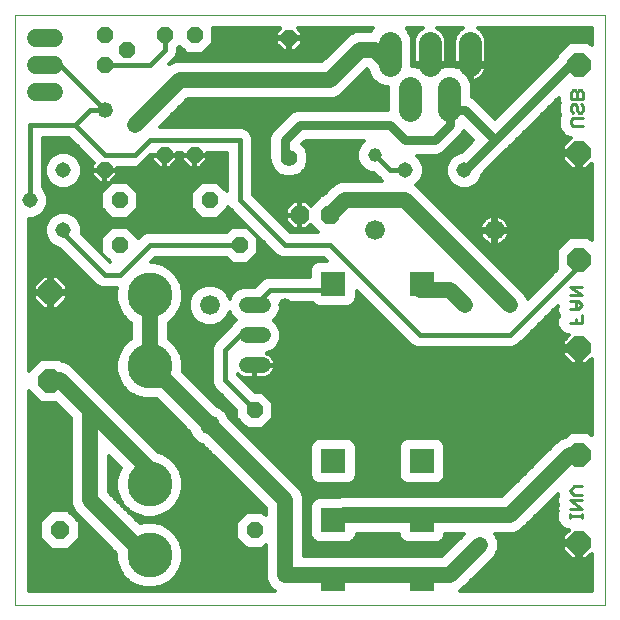
<source format=gbl>
G75*
G70*
%OFA0B0*%
%FSLAX24Y24*%
%IPPOS*%
%LPD*%
%AMOC8*
5,1,8,0,0,1.08239X$1,22.5*
%
%ADD10C,0.0000*%
%ADD11C,0.0090*%
%ADD12C,0.0520*%
%ADD13OC8,0.0520*%
%ADD14OC8,0.0768*%
%ADD15OC8,0.0600*%
%ADD16C,0.1500*%
%ADD17C,0.0660*%
%ADD18R,0.0827X0.0827*%
%ADD19OC8,0.0630*%
%ADD20C,0.0560*%
%ADD21OC8,0.0560*%
%ADD22C,0.0515*%
%ADD23C,0.0750*%
%ADD24C,0.0600*%
%ADD25C,0.0520*%
%ADD26C,0.0150*%
%ADD27C,0.0120*%
%ADD28C,0.0460*%
%ADD29C,0.0540*%
%ADD30C,0.0300*%
D10*
X000776Y000605D02*
X000776Y020290D01*
X020461Y020290D01*
X020461Y000605D01*
X000776Y000605D01*
D11*
X019271Y003522D02*
X019271Y003659D01*
X019271Y003590D02*
X019681Y003590D01*
X019681Y003522D02*
X019681Y003659D01*
X019681Y003829D02*
X019271Y004102D01*
X019681Y004102D01*
X019681Y004289D02*
X019408Y004289D01*
X019271Y004426D01*
X019408Y004563D01*
X019681Y004563D01*
X019681Y003829D02*
X019271Y003829D01*
X019271Y010019D02*
X019681Y010019D01*
X019681Y010292D01*
X019545Y010479D02*
X019681Y010616D01*
X019545Y010752D01*
X019271Y010752D01*
X019271Y010939D02*
X019681Y010939D01*
X019271Y011213D01*
X019681Y011213D01*
X019476Y010752D02*
X019476Y010479D01*
X019545Y010479D02*
X019271Y010479D01*
X019476Y010155D02*
X019476Y010019D01*
X019389Y016569D02*
X019321Y016637D01*
X019321Y016774D01*
X019389Y016842D01*
X019731Y016842D01*
X019663Y017029D02*
X019595Y017029D01*
X019526Y017097D01*
X019526Y017234D01*
X019458Y017302D01*
X019389Y017302D01*
X019321Y017234D01*
X019321Y017097D01*
X019389Y017029D01*
X019663Y017029D02*
X019731Y017097D01*
X019731Y017234D01*
X019663Y017302D01*
X019731Y017489D02*
X019731Y017694D01*
X019663Y017763D01*
X019595Y017763D01*
X019526Y017694D01*
X019526Y017489D01*
X019321Y017489D02*
X019321Y017694D01*
X019389Y017763D01*
X019458Y017763D01*
X019526Y017694D01*
X019321Y017489D02*
X019731Y017489D01*
X019731Y016569D02*
X019389Y016569D01*
D12*
X009036Y010605D02*
X008516Y010605D01*
X008516Y009605D02*
X009036Y009605D01*
X009036Y008605D02*
X008516Y008605D01*
D13*
X008776Y007105D03*
X008776Y003105D03*
X008276Y012605D03*
X007276Y014105D03*
X006776Y015605D03*
X005776Y015605D03*
X004276Y014105D03*
X003776Y015105D03*
X004276Y012605D03*
X003776Y018605D03*
X004526Y019105D03*
X003776Y019605D03*
X005776Y019605D03*
X006776Y019605D03*
D14*
X001965Y011034D03*
X001965Y008081D03*
X019587Y009176D03*
X019587Y012128D03*
X019587Y015676D03*
X019587Y018628D03*
X019587Y005628D03*
X019587Y002676D03*
D15*
X002276Y003105D03*
D16*
X005276Y002274D03*
X005276Y004636D03*
X005276Y008573D03*
X005276Y010935D03*
D17*
X007276Y010605D03*
X007276Y006605D03*
X012776Y013105D03*
X016776Y013105D03*
D18*
X014351Y011317D03*
X011398Y011317D03*
X011398Y005412D03*
X011398Y003443D03*
X011398Y001475D03*
X014351Y001475D03*
X014351Y003443D03*
X014351Y005412D03*
D19*
X011276Y013605D03*
X010276Y013605D03*
D20*
X009926Y015505D03*
D21*
X009926Y019505D03*
D22*
X013792Y015105D03*
X015760Y015105D03*
X002398Y015105D03*
X001276Y014105D03*
X002398Y013105D03*
D23*
X013276Y018605D02*
X013276Y019355D01*
X014616Y019355D02*
X014616Y018605D01*
X013946Y017855D02*
X013946Y017105D01*
X015266Y017105D02*
X015266Y017855D01*
X015956Y018605D02*
X015956Y019355D01*
D24*
X002076Y019505D02*
X001476Y019505D01*
X001476Y018605D02*
X002076Y018605D01*
X002076Y017705D02*
X001476Y017705D01*
D25*
X003776Y017105D03*
D26*
X002276Y018605D01*
X001776Y018605D01*
X003276Y017105D02*
X003776Y017105D01*
X003276Y017105D02*
X002776Y016605D01*
X003776Y015605D01*
X004776Y015605D01*
X005276Y016105D01*
X008276Y016105D01*
X008276Y014105D01*
X009776Y012605D01*
X011276Y012605D01*
X014276Y009605D01*
X017276Y009605D01*
X019776Y012105D01*
X019587Y012128D01*
X019587Y009176D02*
X019276Y009105D01*
X011276Y009105D01*
X009776Y010605D01*
X009276Y011105D02*
X011276Y011105D01*
X011398Y011317D01*
X009276Y011105D02*
X008776Y010605D01*
X008776Y009605D02*
X008276Y009605D01*
X007776Y009105D01*
X007776Y008105D01*
X008776Y007105D01*
X004276Y011605D02*
X005276Y012605D01*
X008276Y012605D01*
X006776Y015605D02*
X005776Y015605D01*
X005276Y015605D01*
X004776Y015105D01*
X003776Y015105D01*
X002776Y016605D02*
X001276Y016605D01*
X001276Y014105D01*
X002276Y013105D02*
X002398Y013105D01*
X002276Y013105D02*
X003776Y011605D01*
X004276Y011605D01*
X003776Y018605D02*
X005276Y018605D01*
X005776Y019105D01*
X005776Y019605D01*
X012776Y015605D02*
X013276Y015105D01*
X013792Y015105D01*
D27*
X014378Y015304D02*
X015175Y015304D01*
X015143Y015228D02*
X015143Y014982D01*
X015237Y014755D01*
X015411Y014581D01*
X015637Y014487D01*
X015883Y014487D01*
X016110Y014581D01*
X016284Y014755D01*
X016378Y014982D01*
X016378Y014985D01*
X017065Y015672D01*
X017208Y015816D01*
X018916Y017524D01*
X018916Y017409D01*
X018936Y017362D01*
X018916Y017315D01*
X018916Y017178D01*
X018916Y017017D01*
X018950Y016936D01*
X018916Y016854D01*
X018916Y016693D01*
X018916Y016556D01*
X018978Y016408D01*
X019092Y016294D01*
X019160Y016225D01*
X019307Y016164D01*
X019043Y015901D01*
X019043Y015736D01*
X019527Y015736D01*
X019527Y015616D01*
X019043Y015616D01*
X019043Y015450D01*
X019362Y015132D01*
X019527Y015132D01*
X019527Y015615D01*
X019647Y015615D01*
X019647Y015132D01*
X019812Y015132D01*
X020001Y015321D01*
X020001Y012766D01*
X019895Y012872D01*
X019279Y012872D01*
X018843Y012436D01*
X018843Y011820D01*
X018860Y011804D01*
X017871Y010815D01*
X017810Y010962D01*
X014310Y014462D01*
X014166Y014606D01*
X014315Y014755D01*
X014409Y014982D01*
X014409Y015228D01*
X014315Y015454D01*
X014175Y015595D01*
X014675Y015595D01*
X014878Y015595D01*
X015065Y015672D01*
X015565Y016172D01*
X015708Y016316D01*
X015748Y016412D01*
X016055Y016105D01*
X015672Y015722D01*
X015637Y015722D01*
X015411Y015628D01*
X015237Y015454D01*
X015143Y015228D01*
X015143Y015186D02*
X014409Y015186D01*
X014409Y015067D02*
X015143Y015067D01*
X015157Y014948D02*
X014395Y014948D01*
X014346Y014830D02*
X015206Y014830D01*
X015280Y014711D02*
X014272Y014711D01*
X014179Y014593D02*
X015399Y014593D01*
X014772Y014000D02*
X020001Y014000D01*
X020001Y013882D02*
X014890Y013882D01*
X015009Y013763D02*
X020001Y013763D01*
X020001Y013644D02*
X015127Y013644D01*
X015246Y013526D02*
X016524Y013526D01*
X016519Y013524D02*
X016457Y013478D01*
X016402Y013424D01*
X016357Y013362D01*
X016322Y013293D01*
X016298Y013219D01*
X016288Y013155D01*
X016726Y013155D01*
X016726Y013593D01*
X016661Y013583D01*
X016588Y013559D01*
X016519Y013524D01*
X016390Y013407D02*
X015364Y013407D01*
X015483Y013289D02*
X016321Y013289D01*
X016290Y013170D02*
X015601Y013170D01*
X015720Y013052D02*
X016288Y013052D01*
X016288Y013055D02*
X016298Y012990D01*
X016322Y012917D01*
X016357Y012848D01*
X016402Y012786D01*
X016457Y012731D01*
X016519Y012686D01*
X016588Y012651D01*
X016661Y012627D01*
X016726Y012617D01*
X016726Y013054D01*
X016826Y013054D01*
X016826Y012617D01*
X016891Y012627D01*
X016964Y012651D01*
X017033Y012686D01*
X017095Y012731D01*
X017150Y012786D01*
X017195Y012848D01*
X017230Y012917D01*
X017254Y012990D01*
X017264Y013055D01*
X016826Y013055D01*
X016826Y013155D01*
X016726Y013155D01*
X016726Y013055D01*
X016288Y013055D01*
X016317Y012933D02*
X015838Y012933D01*
X015957Y012815D02*
X016381Y012815D01*
X016505Y012696D02*
X016076Y012696D01*
X016194Y012578D02*
X018984Y012578D01*
X018866Y012459D02*
X016313Y012459D01*
X016431Y012341D02*
X018843Y012341D01*
X018843Y012222D02*
X016550Y012222D01*
X016668Y012103D02*
X018843Y012103D01*
X018843Y011985D02*
X016787Y011985D01*
X016905Y011866D02*
X018843Y011866D01*
X018804Y011748D02*
X017024Y011748D01*
X017142Y011629D02*
X018685Y011629D01*
X018567Y011511D02*
X017261Y011511D01*
X017380Y011392D02*
X018448Y011392D01*
X018330Y011274D02*
X017498Y011274D01*
X017617Y011155D02*
X018211Y011155D01*
X018093Y011037D02*
X017735Y011037D01*
X017828Y010918D02*
X017974Y010918D01*
X018612Y010325D02*
X018896Y010325D01*
X018866Y010398D02*
X018928Y010249D01*
X018929Y010249D01*
X018928Y010248D01*
X018866Y010099D01*
X018866Y009938D01*
X018928Y009789D01*
X019042Y009675D01*
X019190Y009614D01*
X019189Y009614D02*
X017901Y009614D01*
X018019Y009733D02*
X018984Y009733D01*
X018902Y009851D02*
X018138Y009851D01*
X018256Y009970D02*
X018866Y009970D01*
X018866Y010088D02*
X018375Y010088D01*
X018493Y010207D02*
X018911Y010207D01*
X018866Y010398D02*
X018866Y010559D01*
X018880Y010594D01*
X017645Y009358D01*
X017522Y009236D01*
X017363Y009170D01*
X014363Y009170D01*
X014189Y009170D01*
X014030Y009236D01*
X012171Y011094D01*
X012171Y010832D01*
X012117Y010700D01*
X012015Y010599D01*
X011883Y010544D01*
X010913Y010544D01*
X010781Y010599D01*
X010710Y010670D01*
X009656Y010670D01*
X009656Y010481D01*
X009562Y010254D01*
X009413Y010105D01*
X009562Y009956D01*
X009656Y009728D01*
X009656Y009481D01*
X009562Y009254D01*
X009387Y009079D01*
X009188Y008997D01*
X009197Y008994D01*
X009256Y008964D01*
X009310Y008925D01*
X009356Y008878D01*
X009395Y008825D01*
X009425Y008766D01*
X009446Y008703D01*
X009456Y008638D01*
X009456Y008625D01*
X008796Y008625D01*
X008796Y008585D01*
X009456Y008585D01*
X009456Y008572D01*
X009446Y008506D01*
X009425Y008443D01*
X009395Y008385D01*
X009356Y008331D01*
X009310Y008284D01*
X009256Y008246D01*
X009197Y008216D01*
X009134Y008195D01*
X009069Y008185D01*
X008796Y008185D01*
X008796Y008584D01*
X008756Y008584D01*
X008756Y008185D01*
X008483Y008185D01*
X008418Y008195D01*
X008355Y008216D01*
X008296Y008246D01*
X008242Y008284D01*
X008211Y008316D01*
X008211Y008285D01*
X008771Y007725D01*
X009033Y007725D01*
X009396Y007361D01*
X009396Y006848D01*
X009033Y006485D01*
X008519Y006485D01*
X008156Y006848D01*
X008156Y007110D01*
X007530Y007736D01*
X007407Y007858D01*
X007341Y008018D01*
X007341Y009018D01*
X007341Y009191D01*
X007407Y009351D01*
X007907Y009851D01*
X005906Y009851D01*
X005906Y009733D02*
X007789Y009733D01*
X007907Y009851D02*
X007975Y009919D01*
X007990Y009956D01*
X008139Y010105D01*
X007990Y010254D01*
X007934Y010390D01*
X007861Y010214D01*
X007667Y010020D01*
X007413Y009915D01*
X007139Y009915D01*
X006885Y010020D01*
X006691Y010214D01*
X006586Y010467D01*
X006586Y010742D01*
X006691Y010996D01*
X006885Y011190D01*
X007139Y011295D01*
X007413Y011295D01*
X007667Y011190D01*
X007861Y010996D01*
X007934Y010819D01*
X007990Y010956D01*
X008165Y011130D01*
X008393Y011225D01*
X008781Y011225D01*
X008907Y011351D01*
X009030Y011473D01*
X009189Y011540D01*
X010625Y011540D01*
X010625Y011802D01*
X010680Y011935D01*
X010781Y012036D01*
X010913Y012091D01*
X011175Y012091D01*
X011096Y012170D01*
X009863Y012170D01*
X009689Y012170D01*
X009530Y012236D01*
X008030Y013736D01*
X007907Y013858D01*
X007896Y013886D01*
X007896Y013848D01*
X007533Y013485D01*
X007019Y013485D01*
X006656Y013848D01*
X006656Y014361D01*
X007019Y014725D01*
X007533Y014725D01*
X007841Y014416D01*
X007841Y015670D01*
X007196Y015670D01*
X007196Y015625D01*
X006796Y015625D01*
X006796Y015585D01*
X007196Y015585D01*
X007196Y015431D01*
X006950Y015185D01*
X006796Y015185D01*
X006796Y015584D01*
X006756Y015584D01*
X006756Y015185D01*
X006602Y015185D01*
X006356Y015431D01*
X006356Y015585D01*
X006756Y015585D01*
X006756Y015625D01*
X006356Y015625D01*
X006356Y015670D01*
X006196Y015670D01*
X006196Y015625D01*
X005796Y015625D01*
X005796Y015585D01*
X006196Y015585D01*
X006196Y015431D01*
X005950Y015185D01*
X005796Y015185D01*
X005796Y015584D01*
X005756Y015584D01*
X005756Y015185D01*
X005602Y015185D01*
X005356Y015431D01*
X005356Y015570D01*
X005145Y015358D01*
X005145Y015358D01*
X005022Y015236D01*
X004863Y015170D01*
X004196Y015170D01*
X004196Y015125D01*
X003796Y015125D01*
X003796Y015085D01*
X004196Y015085D01*
X004196Y014931D01*
X003950Y014685D01*
X003796Y014685D01*
X003796Y015084D01*
X003756Y015084D01*
X003756Y014685D01*
X003602Y014685D01*
X003356Y014931D01*
X003356Y015085D01*
X003756Y015085D01*
X003756Y015125D01*
X003356Y015125D01*
X003356Y015279D01*
X003422Y015344D01*
X002596Y016170D01*
X001711Y016170D01*
X001711Y014543D01*
X001799Y014454D01*
X001894Y014228D01*
X001894Y013982D01*
X001799Y013755D01*
X001626Y013581D01*
X001399Y013487D01*
X001236Y013487D01*
X001236Y008404D01*
X001657Y008825D01*
X002273Y008825D01*
X002357Y008741D01*
X002377Y008735D01*
X002401Y008735D01*
X002495Y008696D01*
X002591Y008664D01*
X002610Y008648D01*
X002633Y008639D01*
X002705Y008567D01*
X002782Y008501D01*
X002793Y008479D01*
X003633Y007639D01*
X003633Y007639D01*
X003810Y007462D01*
X003810Y007462D01*
X005563Y005708D01*
X005704Y005671D01*
X005958Y005524D01*
X006164Y005318D01*
X006310Y005065D01*
X006386Y004782D01*
X006386Y004490D01*
X006310Y004208D01*
X006164Y003955D01*
X005958Y003748D01*
X005704Y003602D01*
X005422Y003526D01*
X005130Y003526D01*
X004848Y003602D01*
X004594Y003748D01*
X004388Y003955D01*
X004242Y004208D01*
X004166Y004490D01*
X004166Y004782D01*
X004242Y005065D01*
X004309Y005181D01*
X003906Y005584D01*
X003906Y004366D01*
X004939Y003333D01*
X005130Y003384D01*
X005422Y003384D01*
X005704Y003308D01*
X005958Y003162D01*
X006164Y002956D01*
X006310Y002702D01*
X006386Y002420D01*
X006386Y002128D01*
X006310Y001846D01*
X006164Y001592D01*
X005958Y001386D01*
X005704Y001240D01*
X005422Y001164D01*
X005130Y001164D01*
X004848Y001240D01*
X004594Y001386D01*
X004388Y001592D01*
X004242Y001846D01*
X004166Y002128D01*
X004166Y002324D01*
X002919Y003571D01*
X002742Y003748D01*
X002646Y003979D01*
X002646Y006844D01*
X002153Y007337D01*
X001657Y007337D01*
X001236Y007758D01*
X001236Y001065D01*
X009434Y001065D01*
X009419Y001071D01*
X009242Y001248D01*
X009146Y001479D01*
X009146Y001730D01*
X009146Y002598D01*
X009033Y002485D01*
X008519Y002485D01*
X008156Y002848D01*
X008156Y003361D01*
X008519Y003725D01*
X009033Y003725D01*
X009146Y003611D01*
X009146Y003844D01*
X007030Y005960D01*
X006885Y006020D01*
X006691Y006214D01*
X006631Y006359D01*
X005515Y007475D01*
X005465Y007475D01*
X005422Y007463D01*
X005130Y007463D01*
X004848Y007539D01*
X004594Y007685D01*
X004388Y007892D01*
X004242Y008145D01*
X004166Y008427D01*
X004166Y008719D01*
X004242Y009002D01*
X004388Y009255D01*
X004594Y009461D01*
X004646Y009491D01*
X004646Y010017D01*
X004594Y010047D01*
X004388Y010254D01*
X004242Y010507D01*
X004166Y010789D01*
X004166Y011082D01*
X004190Y011170D01*
X004189Y011170D01*
X003689Y011170D01*
X003530Y011236D01*
X003407Y011358D01*
X002278Y012487D01*
X002275Y012487D01*
X002048Y012581D01*
X001875Y012755D01*
X001781Y012982D01*
X001781Y013228D01*
X001875Y013454D01*
X002048Y013628D01*
X002275Y013722D01*
X002521Y013722D01*
X002748Y013628D01*
X002922Y013454D01*
X003016Y013228D01*
X003016Y012982D01*
X003015Y012981D01*
X003956Y012040D01*
X003964Y012040D01*
X003656Y012348D01*
X003656Y012861D01*
X004019Y013225D01*
X004533Y013225D01*
X004896Y012861D01*
X004896Y012840D01*
X004907Y012851D01*
X005030Y012973D01*
X005189Y013040D01*
X007834Y013040D01*
X008019Y013225D01*
X008533Y013225D01*
X008896Y012861D01*
X008896Y012348D01*
X008533Y011985D01*
X010730Y011985D01*
X010651Y011866D02*
X005884Y011866D01*
X005958Y011824D02*
X005704Y011970D01*
X005422Y012045D01*
X005332Y012045D01*
X005456Y012170D01*
X007834Y012170D01*
X008019Y011985D01*
X005648Y011985D01*
X005958Y011824D02*
X006164Y011617D01*
X006310Y011364D01*
X006386Y011082D01*
X006386Y010789D01*
X006310Y010507D01*
X006164Y010254D01*
X005958Y010047D01*
X005906Y010017D01*
X005906Y009491D01*
X005958Y009461D01*
X006164Y009255D01*
X006310Y009002D01*
X006386Y008719D01*
X006386Y008427D01*
X006377Y008394D01*
X007522Y007250D01*
X007667Y007190D01*
X007861Y006996D01*
X007921Y006851D01*
X010133Y004639D01*
X010133Y004639D01*
X010310Y004462D01*
X010406Y004230D01*
X010406Y002235D01*
X010881Y002235D01*
X010913Y002248D01*
X011883Y002248D01*
X011916Y002235D01*
X013833Y002235D01*
X013866Y002248D01*
X014836Y002248D01*
X014868Y002235D01*
X015015Y002235D01*
X015755Y002975D01*
X015124Y002975D01*
X015124Y002958D01*
X015069Y002826D01*
X014968Y002725D01*
X014836Y002670D01*
X013866Y002670D01*
X013734Y002725D01*
X013632Y002826D01*
X013577Y002958D01*
X013577Y002975D01*
X012171Y002975D01*
X012171Y002958D01*
X012117Y002826D01*
X012015Y002725D01*
X011883Y002670D01*
X010913Y002670D01*
X010781Y002725D01*
X010680Y002826D01*
X010625Y002958D01*
X010625Y003928D01*
X010680Y004061D01*
X010781Y004162D01*
X010913Y004217D01*
X011605Y004217D01*
X011644Y004233D01*
X011647Y004233D01*
X011651Y004235D01*
X011773Y004235D01*
X011894Y004236D01*
X011898Y004235D01*
X014263Y004235D01*
X014375Y004239D01*
X014388Y004235D01*
X014401Y004235D01*
X017015Y004235D01*
X018814Y006033D01*
X018880Y006110D01*
X018902Y006121D01*
X018919Y006139D01*
X019013Y006178D01*
X019103Y006223D01*
X019128Y006225D01*
X019135Y006228D01*
X019279Y006372D01*
X019895Y006372D01*
X020001Y006266D01*
X020001Y008821D01*
X019812Y008632D01*
X019647Y008632D01*
X019647Y009115D01*
X019527Y009115D01*
X019527Y008632D01*
X019362Y008632D01*
X019043Y008950D01*
X019043Y009116D01*
X019527Y009116D01*
X019527Y009236D01*
X019043Y009236D01*
X019043Y009401D01*
X019256Y009614D01*
X019190Y009614D01*
X019138Y009495D02*
X017782Y009495D01*
X017663Y009377D02*
X019043Y009377D01*
X019043Y009258D02*
X017545Y009258D01*
X018730Y010444D02*
X018866Y010444D01*
X018867Y010562D02*
X018849Y010562D01*
X019527Y009140D02*
X009448Y009140D01*
X009564Y009258D02*
X014007Y009258D01*
X013889Y009377D02*
X009613Y009377D01*
X009656Y009495D02*
X013770Y009495D01*
X013652Y009614D02*
X009656Y009614D01*
X009654Y009733D02*
X013533Y009733D01*
X013414Y009851D02*
X009605Y009851D01*
X009548Y009970D02*
X013296Y009970D01*
X013177Y010088D02*
X009429Y010088D01*
X009515Y010207D02*
X013059Y010207D01*
X012940Y010325D02*
X009591Y010325D01*
X009640Y010444D02*
X012822Y010444D01*
X012703Y010562D02*
X011928Y010562D01*
X012098Y010681D02*
X012585Y010681D01*
X012466Y010799D02*
X012158Y010799D01*
X012171Y010918D02*
X012348Y010918D01*
X012229Y011037D02*
X012171Y011037D01*
X011162Y012103D02*
X008652Y012103D01*
X008770Y012222D02*
X009563Y012222D01*
X009425Y012341D02*
X008889Y012341D01*
X008896Y012459D02*
X009307Y012459D01*
X009188Y012578D02*
X008896Y012578D01*
X008896Y012696D02*
X009069Y012696D01*
X008951Y012815D02*
X008896Y012815D01*
X008832Y012933D02*
X008824Y012933D01*
X008714Y013052D02*
X008706Y013052D01*
X008595Y013170D02*
X008587Y013170D01*
X008477Y013289D02*
X002990Y013289D01*
X003016Y013170D02*
X003965Y013170D01*
X003846Y013052D02*
X003016Y013052D01*
X003063Y012933D02*
X003728Y012933D01*
X003656Y012815D02*
X003181Y012815D01*
X003300Y012696D02*
X003656Y012696D01*
X003656Y012578D02*
X003418Y012578D01*
X003537Y012459D02*
X003656Y012459D01*
X003655Y012341D02*
X003663Y012341D01*
X003774Y012222D02*
X003782Y012222D01*
X003892Y012103D02*
X003901Y012103D01*
X003255Y011511D02*
X002257Y011511D01*
X002190Y011578D02*
X002025Y011578D01*
X002025Y011094D01*
X001905Y011094D01*
X001905Y011578D01*
X001740Y011578D01*
X001421Y011259D01*
X001421Y011094D01*
X001905Y011094D01*
X001905Y010974D01*
X001421Y010974D01*
X001421Y010809D01*
X001740Y010490D01*
X001905Y010490D01*
X001905Y010974D01*
X002025Y010974D01*
X002025Y011094D01*
X002509Y011094D01*
X002509Y011259D01*
X002190Y011578D01*
X002025Y011511D02*
X001905Y011511D01*
X001905Y011392D02*
X002025Y011392D01*
X002025Y011274D02*
X001905Y011274D01*
X001905Y011155D02*
X002025Y011155D01*
X002025Y011037D02*
X004166Y011037D01*
X004166Y010918D02*
X002509Y010918D01*
X002509Y010974D02*
X002025Y010974D01*
X002025Y010490D01*
X002190Y010490D01*
X002509Y010809D01*
X002509Y010974D01*
X002500Y010799D02*
X004166Y010799D01*
X004195Y010681D02*
X002381Y010681D01*
X002263Y010562D02*
X004227Y010562D01*
X004278Y010444D02*
X001236Y010444D01*
X001236Y010562D02*
X001667Y010562D01*
X001549Y010681D02*
X001236Y010681D01*
X001236Y010799D02*
X001430Y010799D01*
X001421Y010918D02*
X001236Y010918D01*
X001236Y011037D02*
X001905Y011037D01*
X001905Y010918D02*
X002025Y010918D01*
X002025Y010799D02*
X001905Y010799D01*
X001905Y010681D02*
X002025Y010681D01*
X002025Y010562D02*
X001905Y010562D01*
X001421Y011155D02*
X001236Y011155D01*
X001236Y011274D02*
X001436Y011274D01*
X001554Y011392D02*
X001236Y011392D01*
X001236Y011511D02*
X001673Y011511D01*
X001236Y011629D02*
X003136Y011629D01*
X003018Y011748D02*
X001236Y011748D01*
X001236Y011866D02*
X002899Y011866D01*
X002781Y011985D02*
X001236Y011985D01*
X001236Y012103D02*
X002662Y012103D01*
X002544Y012222D02*
X001236Y012222D01*
X001236Y012341D02*
X002425Y012341D01*
X002307Y012459D02*
X001236Y012459D01*
X001236Y012578D02*
X002057Y012578D01*
X001933Y012696D02*
X001236Y012696D01*
X001236Y012815D02*
X001850Y012815D01*
X001801Y012933D02*
X001236Y012933D01*
X001236Y013052D02*
X001781Y013052D01*
X001781Y013170D02*
X001236Y013170D01*
X001236Y013289D02*
X001806Y013289D01*
X001855Y013407D02*
X001236Y013407D01*
X001492Y013526D02*
X001946Y013526D01*
X002088Y013644D02*
X001689Y013644D01*
X001803Y013763D02*
X003741Y013763D01*
X003656Y013848D02*
X004019Y013485D01*
X004533Y013485D01*
X004896Y013848D01*
X004896Y014361D01*
X004533Y014725D01*
X004019Y014725D01*
X003656Y014361D01*
X003656Y013848D01*
X003656Y013882D02*
X001852Y013882D01*
X001894Y014000D02*
X003656Y014000D01*
X003656Y014119D02*
X001894Y014119D01*
X001890Y014237D02*
X003656Y014237D01*
X003656Y014356D02*
X001840Y014356D01*
X001780Y014474D02*
X003769Y014474D01*
X003887Y014593D02*
X002759Y014593D01*
X002748Y014581D02*
X002922Y014755D01*
X003016Y014982D01*
X003016Y015228D01*
X002922Y015454D01*
X002748Y015628D01*
X002521Y015722D01*
X002275Y015722D01*
X002048Y015628D01*
X001875Y015454D01*
X001781Y015228D01*
X001781Y014982D01*
X001875Y014755D01*
X002048Y014581D01*
X002275Y014487D01*
X002521Y014487D01*
X002748Y014581D01*
X002878Y014711D02*
X003575Y014711D01*
X003457Y014830D02*
X002953Y014830D01*
X003002Y014948D02*
X003356Y014948D01*
X003356Y015067D02*
X003016Y015067D01*
X003016Y015186D02*
X003356Y015186D01*
X003382Y015304D02*
X002984Y015304D01*
X002935Y015423D02*
X003343Y015423D01*
X003224Y015541D02*
X002835Y015541D01*
X002672Y015660D02*
X003106Y015660D01*
X002987Y015778D02*
X001711Y015778D01*
X001711Y015660D02*
X002125Y015660D01*
X001961Y015541D02*
X001711Y015541D01*
X001711Y015423D02*
X001861Y015423D01*
X001812Y015304D02*
X001711Y015304D01*
X001711Y015186D02*
X001781Y015186D01*
X001781Y015067D02*
X001711Y015067D01*
X001711Y014948D02*
X001794Y014948D01*
X001844Y014830D02*
X001711Y014830D01*
X001711Y014711D02*
X001918Y014711D01*
X002037Y014593D02*
X001711Y014593D01*
X002708Y013644D02*
X003859Y013644D01*
X003978Y013526D02*
X002850Y013526D01*
X002941Y013407D02*
X008358Y013407D01*
X008240Y013526D02*
X007574Y013526D01*
X007693Y013644D02*
X008121Y013644D01*
X008003Y013763D02*
X007811Y013763D01*
X007896Y013882D02*
X007898Y013882D01*
X007841Y014474D02*
X007783Y014474D01*
X007841Y014593D02*
X007665Y014593D01*
X007546Y014711D02*
X007841Y014711D01*
X007841Y014830D02*
X004095Y014830D01*
X004006Y014711D02*
X003977Y014711D01*
X003796Y014711D02*
X003756Y014711D01*
X003756Y014830D02*
X003796Y014830D01*
X003796Y014948D02*
X003756Y014948D01*
X003756Y015067D02*
X003796Y015067D01*
X004196Y015067D02*
X007841Y015067D01*
X007841Y014948D02*
X004196Y014948D01*
X004546Y014711D02*
X007006Y014711D01*
X006887Y014593D02*
X004665Y014593D01*
X004783Y014474D02*
X006769Y014474D01*
X006656Y014356D02*
X004896Y014356D01*
X004896Y014237D02*
X006656Y014237D01*
X006656Y014119D02*
X004896Y014119D01*
X004896Y014000D02*
X006656Y014000D01*
X006656Y013882D02*
X004896Y013882D01*
X004811Y013763D02*
X006741Y013763D01*
X006859Y013644D02*
X004693Y013644D01*
X004574Y013526D02*
X006978Y013526D01*
X007846Y013052D02*
X004706Y013052D01*
X004824Y012933D02*
X004989Y012933D01*
X004587Y013170D02*
X007965Y013170D01*
X007901Y012103D02*
X005390Y012103D01*
X006033Y011748D02*
X010625Y011748D01*
X010625Y011629D02*
X006152Y011629D01*
X006226Y011511D02*
X009120Y011511D01*
X008948Y011392D02*
X006294Y011392D01*
X006335Y011274D02*
X007088Y011274D01*
X006851Y011155D02*
X006366Y011155D01*
X006386Y011037D02*
X006732Y011037D01*
X006659Y010918D02*
X006386Y010918D01*
X006386Y010799D02*
X006610Y010799D01*
X006586Y010681D02*
X006357Y010681D01*
X006325Y010562D02*
X006586Y010562D01*
X006596Y010444D02*
X006274Y010444D01*
X006205Y010325D02*
X006645Y010325D01*
X006698Y010207D02*
X006117Y010207D01*
X005999Y010088D02*
X006817Y010088D01*
X007006Y009970D02*
X005906Y009970D01*
X005906Y009614D02*
X007670Y009614D01*
X007552Y009495D02*
X005906Y009495D01*
X006042Y009377D02*
X007433Y009377D01*
X007369Y009258D02*
X006161Y009258D01*
X006231Y009140D02*
X007341Y009140D01*
X007341Y009021D02*
X006299Y009021D01*
X006337Y008903D02*
X007341Y008903D01*
X007341Y008784D02*
X006369Y008784D01*
X006386Y008666D02*
X007341Y008666D01*
X007341Y008547D02*
X006386Y008547D01*
X006386Y008429D02*
X007341Y008429D01*
X007341Y008310D02*
X006462Y008310D01*
X006580Y008191D02*
X007341Y008191D01*
X007341Y008073D02*
X006699Y008073D01*
X006817Y007954D02*
X007367Y007954D01*
X007430Y007836D02*
X006936Y007836D01*
X007054Y007717D02*
X007548Y007717D01*
X007667Y007599D02*
X007173Y007599D01*
X007291Y007480D02*
X007785Y007480D01*
X007904Y007362D02*
X007410Y007362D01*
X007538Y007243D02*
X008022Y007243D01*
X008141Y007125D02*
X007732Y007125D01*
X007850Y007006D02*
X008156Y007006D01*
X008156Y006888D02*
X007906Y006888D01*
X008003Y006769D02*
X008235Y006769D01*
X008121Y006650D02*
X008354Y006650D01*
X008240Y006532D02*
X008472Y006532D01*
X008358Y006413D02*
X020001Y006413D01*
X020001Y006295D02*
X019973Y006295D01*
X020001Y006532D02*
X009080Y006532D01*
X009199Y006650D02*
X020001Y006650D01*
X020001Y006769D02*
X009317Y006769D01*
X009396Y006888D02*
X020001Y006888D01*
X020001Y007006D02*
X009396Y007006D01*
X009396Y007125D02*
X020001Y007125D01*
X020001Y007243D02*
X009396Y007243D01*
X009396Y007362D02*
X020001Y007362D01*
X020001Y007480D02*
X009277Y007480D01*
X009159Y007599D02*
X020001Y007599D01*
X020001Y007717D02*
X009040Y007717D01*
X008660Y007836D02*
X020001Y007836D01*
X020001Y007954D02*
X008541Y007954D01*
X008423Y008073D02*
X020001Y008073D01*
X020001Y008191D02*
X009112Y008191D01*
X009335Y008310D02*
X020001Y008310D01*
X020001Y008429D02*
X009418Y008429D01*
X009452Y008547D02*
X020001Y008547D01*
X020001Y008666D02*
X019846Y008666D01*
X019965Y008784D02*
X020001Y008784D01*
X019647Y008784D02*
X019527Y008784D01*
X019527Y008666D02*
X019647Y008666D01*
X019647Y008903D02*
X019527Y008903D01*
X019527Y009021D02*
X019647Y009021D01*
X019328Y008666D02*
X009452Y008666D01*
X009416Y008784D02*
X019209Y008784D01*
X019091Y008903D02*
X009332Y008903D01*
X009248Y009021D02*
X019043Y009021D01*
X019202Y006295D02*
X008477Y006295D01*
X008595Y006176D02*
X010892Y006176D01*
X010913Y006185D02*
X010781Y006130D01*
X010680Y006029D01*
X010625Y005897D01*
X010625Y004927D01*
X010680Y004794D01*
X010781Y004693D01*
X010913Y004638D01*
X011883Y004638D01*
X012015Y004693D01*
X012117Y004794D01*
X012171Y004927D01*
X012171Y005897D01*
X012117Y006029D01*
X012015Y006130D01*
X011883Y006185D01*
X010913Y006185D01*
X010708Y006058D02*
X008714Y006058D01*
X008832Y005939D02*
X010642Y005939D01*
X010625Y005821D02*
X008951Y005821D01*
X009070Y005702D02*
X010625Y005702D01*
X010625Y005584D02*
X009188Y005584D01*
X009307Y005465D02*
X010625Y005465D01*
X010625Y005346D02*
X009425Y005346D01*
X009544Y005228D02*
X010625Y005228D01*
X010625Y005109D02*
X009662Y005109D01*
X009781Y004991D02*
X010625Y004991D01*
X010647Y004872D02*
X009899Y004872D01*
X010018Y004754D02*
X010720Y004754D01*
X010255Y004517D02*
X017297Y004517D01*
X017416Y004635D02*
X010136Y004635D01*
X010336Y004398D02*
X017179Y004398D01*
X017060Y004280D02*
X010386Y004280D01*
X010406Y004161D02*
X010780Y004161D01*
X010672Y004042D02*
X010406Y004042D01*
X010406Y003924D02*
X010625Y003924D01*
X010625Y003805D02*
X010406Y003805D01*
X010406Y003687D02*
X010625Y003687D01*
X010625Y003568D02*
X010406Y003568D01*
X010406Y003450D02*
X010625Y003450D01*
X010625Y003331D02*
X010406Y003331D01*
X010406Y003213D02*
X010625Y003213D01*
X010625Y003094D02*
X010406Y003094D01*
X010406Y002976D02*
X010625Y002976D01*
X010667Y002857D02*
X010406Y002857D01*
X010406Y002739D02*
X010767Y002739D01*
X010406Y002620D02*
X015400Y002620D01*
X015282Y002501D02*
X010406Y002501D01*
X010406Y002383D02*
X015163Y002383D01*
X015045Y002264D02*
X010406Y002264D01*
X009214Y001316D02*
X005837Y001316D01*
X006006Y001435D02*
X009165Y001435D01*
X009146Y001553D02*
X006125Y001553D01*
X006210Y001672D02*
X009146Y001672D01*
X009146Y001790D02*
X006278Y001790D01*
X006327Y001909D02*
X009146Y001909D01*
X009146Y002027D02*
X006359Y002027D01*
X006386Y002146D02*
X009146Y002146D01*
X009146Y002264D02*
X006386Y002264D01*
X006386Y002383D02*
X009146Y002383D01*
X009146Y002501D02*
X009049Y002501D01*
X008503Y002501D02*
X006364Y002501D01*
X006333Y002620D02*
X008384Y002620D01*
X008265Y002739D02*
X006290Y002739D01*
X006221Y002857D02*
X008156Y002857D01*
X008156Y002976D02*
X006144Y002976D01*
X006026Y003094D02*
X008156Y003094D01*
X008156Y003213D02*
X005870Y003213D01*
X005619Y003331D02*
X008156Y003331D01*
X008244Y003450D02*
X004822Y003450D01*
X004703Y003568D02*
X004973Y003568D01*
X004700Y003687D02*
X004585Y003687D01*
X004537Y003805D02*
X004466Y003805D01*
X004419Y003924D02*
X004348Y003924D01*
X004337Y004042D02*
X004229Y004042D01*
X004269Y004161D02*
X004111Y004161D01*
X004222Y004280D02*
X003992Y004280D01*
X003906Y004398D02*
X004191Y004398D01*
X004166Y004517D02*
X003906Y004517D01*
X003906Y004635D02*
X004166Y004635D01*
X004166Y004754D02*
X003906Y004754D01*
X003906Y004872D02*
X004190Y004872D01*
X004222Y004991D02*
X003906Y004991D01*
X003906Y005109D02*
X004268Y005109D01*
X004262Y005228D02*
X003906Y005228D01*
X003906Y005346D02*
X004143Y005346D01*
X004025Y005465D02*
X003906Y005465D01*
X003906Y005584D02*
X003906Y005584D01*
X004740Y006532D02*
X006458Y006532D01*
X006339Y006650D02*
X004621Y006650D01*
X004503Y006769D02*
X006221Y006769D01*
X006102Y006888D02*
X004384Y006888D01*
X004266Y007006D02*
X005984Y007006D01*
X005865Y007125D02*
X004147Y007125D01*
X004029Y007243D02*
X005747Y007243D01*
X005628Y007362D02*
X003910Y007362D01*
X003791Y007480D02*
X005066Y007480D01*
X004744Y007599D02*
X003673Y007599D01*
X003554Y007717D02*
X004562Y007717D01*
X004444Y007836D02*
X003436Y007836D01*
X003317Y007954D02*
X004352Y007954D01*
X004283Y008073D02*
X003199Y008073D01*
X003080Y008191D02*
X004229Y008191D01*
X004197Y008310D02*
X002962Y008310D01*
X002843Y008429D02*
X004166Y008429D01*
X004166Y008547D02*
X002728Y008547D01*
X002587Y008666D02*
X004166Y008666D01*
X004183Y008784D02*
X002314Y008784D01*
X001616Y008784D02*
X001236Y008784D01*
X001236Y008666D02*
X001498Y008666D01*
X001379Y008547D02*
X001236Y008547D01*
X001236Y008429D02*
X001261Y008429D01*
X001236Y008903D02*
X004215Y008903D01*
X004253Y009021D02*
X001236Y009021D01*
X001236Y009140D02*
X004321Y009140D01*
X004391Y009258D02*
X001236Y009258D01*
X001236Y009377D02*
X004510Y009377D01*
X004646Y009495D02*
X001236Y009495D01*
X001236Y009614D02*
X004646Y009614D01*
X004646Y009733D02*
X001236Y009733D01*
X001236Y009851D02*
X004646Y009851D01*
X004646Y009970D02*
X001236Y009970D01*
X001236Y010088D02*
X004554Y010088D01*
X004435Y010207D02*
X001236Y010207D01*
X001236Y010325D02*
X004347Y010325D01*
X004186Y011155D02*
X002509Y011155D01*
X002494Y011274D02*
X003492Y011274D01*
X003373Y011392D02*
X002376Y011392D01*
X001277Y007717D02*
X001236Y007717D01*
X001236Y007599D02*
X001395Y007599D01*
X001514Y007480D02*
X001236Y007480D01*
X001236Y007362D02*
X001632Y007362D01*
X001236Y007243D02*
X002247Y007243D01*
X002365Y007125D02*
X001236Y007125D01*
X001236Y007006D02*
X002484Y007006D01*
X002602Y006888D02*
X001236Y006888D01*
X001236Y006769D02*
X002646Y006769D01*
X002646Y006650D02*
X001236Y006650D01*
X001236Y006532D02*
X002646Y006532D01*
X002646Y006413D02*
X001236Y006413D01*
X001236Y006295D02*
X002646Y006295D01*
X002646Y006176D02*
X001236Y006176D01*
X001236Y006058D02*
X002646Y006058D01*
X002646Y005939D02*
X001236Y005939D01*
X001236Y005821D02*
X002646Y005821D01*
X002646Y005702D02*
X001236Y005702D01*
X001236Y005584D02*
X002646Y005584D01*
X002646Y005465D02*
X001236Y005465D01*
X001236Y005346D02*
X002646Y005346D01*
X002646Y005228D02*
X001236Y005228D01*
X001236Y005109D02*
X002646Y005109D01*
X002646Y004991D02*
X001236Y004991D01*
X001236Y004872D02*
X002646Y004872D01*
X002646Y004754D02*
X001236Y004754D01*
X001236Y004635D02*
X002646Y004635D01*
X002646Y004517D02*
X001236Y004517D01*
X001236Y004398D02*
X002646Y004398D01*
X002646Y004280D02*
X001236Y004280D01*
X001236Y004161D02*
X002646Y004161D01*
X002646Y004042D02*
X001236Y004042D01*
X001236Y003924D02*
X002669Y003924D01*
X002718Y003805D02*
X001236Y003805D01*
X001236Y003687D02*
X001925Y003687D01*
X002003Y003765D02*
X001616Y003378D01*
X001616Y002831D01*
X002003Y002445D01*
X002549Y002445D01*
X002936Y002831D01*
X002936Y003378D01*
X002549Y003765D01*
X002003Y003765D01*
X001806Y003568D02*
X001236Y003568D01*
X001236Y003450D02*
X001688Y003450D01*
X001616Y003331D02*
X001236Y003331D01*
X001236Y003213D02*
X001616Y003213D01*
X001616Y003094D02*
X001236Y003094D01*
X001236Y002976D02*
X001616Y002976D01*
X001616Y002857D02*
X001236Y002857D01*
X001236Y002739D02*
X001709Y002739D01*
X001827Y002620D02*
X001236Y002620D01*
X001236Y002501D02*
X001946Y002501D01*
X002606Y002501D02*
X003988Y002501D01*
X004107Y002383D02*
X001236Y002383D01*
X001236Y002264D02*
X004166Y002264D01*
X004166Y002146D02*
X001236Y002146D01*
X001236Y002027D02*
X004193Y002027D01*
X004225Y001909D02*
X001236Y001909D01*
X001236Y001790D02*
X004274Y001790D01*
X004342Y001672D02*
X001236Y001672D01*
X001236Y001553D02*
X004427Y001553D01*
X004546Y001435D02*
X001236Y001435D01*
X001236Y001316D02*
X004715Y001316D01*
X005005Y001197D02*
X001236Y001197D01*
X001236Y001079D02*
X009411Y001079D01*
X009292Y001197D02*
X005547Y001197D01*
X003870Y002620D02*
X002725Y002620D01*
X002843Y002739D02*
X003751Y002739D01*
X003633Y002857D02*
X002936Y002857D01*
X002936Y002976D02*
X003514Y002976D01*
X003396Y003094D02*
X002936Y003094D01*
X002936Y003213D02*
X003277Y003213D01*
X003159Y003331D02*
X002936Y003331D01*
X002864Y003450D02*
X003040Y003450D01*
X002921Y003568D02*
X002746Y003568D01*
X002803Y003687D02*
X002627Y003687D01*
X005095Y006176D02*
X006729Y006176D01*
X006658Y006295D02*
X004977Y006295D01*
X004858Y006413D02*
X006576Y006413D01*
X006847Y006058D02*
X005214Y006058D01*
X005332Y005939D02*
X007051Y005939D01*
X007169Y005821D02*
X005451Y005821D01*
X005587Y005702D02*
X007288Y005702D01*
X007406Y005584D02*
X005855Y005584D01*
X006017Y005465D02*
X007525Y005465D01*
X007643Y005346D02*
X006136Y005346D01*
X006216Y005228D02*
X007762Y005228D01*
X007880Y005109D02*
X006285Y005109D01*
X006330Y004991D02*
X007999Y004991D01*
X008118Y004872D02*
X006362Y004872D01*
X006386Y004754D02*
X008236Y004754D01*
X008355Y004635D02*
X006386Y004635D01*
X006386Y004517D02*
X008473Y004517D01*
X008592Y004398D02*
X006361Y004398D01*
X006330Y004280D02*
X008710Y004280D01*
X008829Y004161D02*
X006283Y004161D01*
X006215Y004042D02*
X008947Y004042D01*
X009066Y003924D02*
X006134Y003924D01*
X006015Y003805D02*
X009146Y003805D01*
X009146Y003687D02*
X009071Y003687D01*
X008481Y003687D02*
X005852Y003687D01*
X005579Y003568D02*
X008363Y003568D01*
X012029Y002739D02*
X013720Y002739D01*
X013619Y002857D02*
X012129Y002857D01*
X012076Y004754D02*
X013673Y004754D01*
X013632Y004794D02*
X013734Y004693D01*
X013866Y004638D01*
X014836Y004638D01*
X014968Y004693D01*
X015069Y004794D01*
X015124Y004927D01*
X015124Y005897D01*
X015069Y006029D01*
X014968Y006130D01*
X014836Y006185D01*
X013866Y006185D01*
X013734Y006130D01*
X013632Y006029D01*
X013577Y005897D01*
X013577Y004927D01*
X013632Y004794D01*
X013600Y004872D02*
X012149Y004872D01*
X012171Y004991D02*
X013577Y004991D01*
X013577Y005109D02*
X012171Y005109D01*
X012171Y005228D02*
X013577Y005228D01*
X013577Y005346D02*
X012171Y005346D01*
X012171Y005465D02*
X013577Y005465D01*
X013577Y005584D02*
X012171Y005584D01*
X012171Y005702D02*
X013577Y005702D01*
X013577Y005821D02*
X012171Y005821D01*
X012154Y005939D02*
X013595Y005939D01*
X013661Y006058D02*
X012088Y006058D01*
X011905Y006176D02*
X013844Y006176D01*
X014857Y006176D02*
X019010Y006176D01*
X018835Y006058D02*
X015041Y006058D01*
X015107Y005939D02*
X018720Y005939D01*
X018601Y005821D02*
X015124Y005821D01*
X015124Y005702D02*
X018483Y005702D01*
X018364Y005584D02*
X015124Y005584D01*
X015124Y005465D02*
X018245Y005465D01*
X018127Y005346D02*
X015124Y005346D01*
X015124Y005228D02*
X018008Y005228D01*
X017890Y005109D02*
X015124Y005109D01*
X015124Y004991D02*
X017771Y004991D01*
X017653Y004872D02*
X015102Y004872D01*
X015029Y004754D02*
X017534Y004754D01*
X018368Y003805D02*
X018866Y003805D01*
X018866Y003748D02*
X018868Y003744D01*
X018866Y003739D01*
X018866Y003671D01*
X018866Y003510D01*
X018866Y003441D01*
X018928Y003293D01*
X019042Y003179D01*
X019190Y003117D01*
X019259Y003117D01*
X019043Y002901D01*
X019043Y002736D01*
X019527Y002736D01*
X019527Y002616D01*
X019043Y002616D01*
X019043Y002450D01*
X019362Y002132D01*
X019527Y002132D01*
X019527Y002615D01*
X019647Y002615D01*
X019647Y002132D01*
X019812Y002132D01*
X020001Y002321D01*
X020001Y001065D01*
X015619Y001065D01*
X015633Y001071D01*
X015810Y001248D01*
X016810Y002248D01*
X016906Y002479D01*
X016906Y002730D01*
X016810Y002962D01*
X016797Y002975D01*
X017401Y002975D01*
X017633Y003071D01*
X017810Y003248D01*
X018878Y004316D01*
X018897Y004271D01*
X018889Y004260D01*
X018882Y004220D01*
X018866Y004183D01*
X018866Y004142D01*
X018858Y004102D01*
X018866Y004062D01*
X018866Y004022D01*
X018882Y003984D01*
X018887Y003959D01*
X018866Y003909D01*
X018866Y003748D01*
X018866Y003687D02*
X018249Y003687D01*
X018131Y003568D02*
X018866Y003568D01*
X018866Y003450D02*
X018012Y003450D01*
X017893Y003331D02*
X018912Y003331D01*
X019008Y003213D02*
X017775Y003213D01*
X017656Y003094D02*
X019237Y003094D01*
X019118Y002976D02*
X017403Y002976D01*
X016903Y002739D02*
X019043Y002739D01*
X019043Y002857D02*
X016853Y002857D01*
X016906Y002620D02*
X019527Y002620D01*
X019527Y002501D02*
X019647Y002501D01*
X019647Y002383D02*
X019527Y002383D01*
X019527Y002264D02*
X019647Y002264D01*
X019647Y002146D02*
X019527Y002146D01*
X019348Y002146D02*
X016708Y002146D01*
X016817Y002264D02*
X019229Y002264D01*
X019111Y002383D02*
X016866Y002383D01*
X016906Y002501D02*
X019043Y002501D01*
X019826Y002146D02*
X020001Y002146D01*
X020001Y002264D02*
X019945Y002264D01*
X020001Y002027D02*
X016590Y002027D01*
X016471Y001909D02*
X020001Y001909D01*
X020001Y001790D02*
X016352Y001790D01*
X016234Y001672D02*
X020001Y001672D01*
X020001Y001553D02*
X016115Y001553D01*
X015997Y001435D02*
X020001Y001435D01*
X020001Y001316D02*
X015878Y001316D01*
X015760Y001197D02*
X020001Y001197D01*
X020001Y001079D02*
X015641Y001079D01*
X015519Y002739D02*
X014982Y002739D01*
X015082Y002857D02*
X015637Y002857D01*
X018486Y003924D02*
X018872Y003924D01*
X018866Y004042D02*
X018605Y004042D01*
X018723Y004161D02*
X018866Y004161D01*
X018842Y004280D02*
X018893Y004280D01*
X010869Y010562D02*
X009656Y010562D01*
X008830Y011274D02*
X007464Y011274D01*
X007701Y011155D02*
X008225Y011155D01*
X008071Y011037D02*
X007820Y011037D01*
X007893Y010918D02*
X007975Y010918D01*
X007961Y010325D02*
X007907Y010325D01*
X007854Y010207D02*
X008037Y010207D01*
X008123Y010088D02*
X007735Y010088D01*
X007546Y009970D02*
X008004Y009970D01*
X008756Y008547D02*
X008796Y008547D01*
X008796Y008429D02*
X008756Y008429D01*
X008756Y008310D02*
X008796Y008310D01*
X008796Y008191D02*
X008756Y008191D01*
X008440Y008191D02*
X008304Y008191D01*
X008217Y008310D02*
X008211Y008310D01*
X008019Y011985D02*
X008533Y011985D01*
X009826Y013170D02*
X010039Y013170D01*
X010079Y013130D02*
X010256Y013130D01*
X010256Y013584D01*
X010296Y013584D01*
X010296Y013130D01*
X010473Y013130D01*
X010635Y013292D01*
X010887Y013040D01*
X009956Y013040D01*
X008711Y014285D01*
X008711Y016018D01*
X008711Y016191D01*
X008645Y016351D01*
X008522Y016473D01*
X008363Y016540D01*
X005602Y016540D01*
X006537Y017475D01*
X011151Y017475D01*
X011401Y017475D01*
X011633Y017571D01*
X012526Y018464D01*
X012548Y018442D01*
X012653Y018188D01*
X012860Y017982D01*
X013130Y017870D01*
X013211Y017870D01*
X013211Y017115D01*
X013175Y017115D01*
X010175Y017115D01*
X009987Y017037D01*
X009844Y016894D01*
X009344Y016394D01*
X009266Y016206D01*
X009266Y016003D01*
X009266Y015655D01*
X009256Y015604D01*
X009266Y015554D01*
X009266Y015503D01*
X009286Y015456D01*
X009286Y015454D01*
X009286Y015377D01*
X009384Y015142D01*
X009564Y014962D01*
X009799Y014865D01*
X010053Y014865D01*
X010289Y014962D01*
X010469Y015142D01*
X010566Y015377D01*
X010566Y015632D01*
X010469Y015867D01*
X010364Y015972D01*
X010487Y016095D01*
X012432Y016095D01*
X012276Y015939D01*
X012186Y015722D01*
X012186Y015487D01*
X012276Y015271D01*
X012442Y015105D01*
X012659Y015015D01*
X012751Y015015D01*
X012907Y014858D01*
X013030Y014736D01*
X013033Y014735D01*
X011901Y014735D01*
X011651Y014735D01*
X011419Y014639D01*
X011060Y014280D01*
X010996Y014280D01*
X010635Y013918D01*
X010473Y014080D01*
X010296Y014080D01*
X010296Y013625D01*
X010256Y013625D01*
X010256Y014080D01*
X010079Y014080D01*
X009801Y013801D01*
X009801Y013625D01*
X010256Y013625D01*
X010256Y013585D01*
X009801Y013585D01*
X009801Y013408D01*
X010079Y013130D01*
X009944Y013052D02*
X010874Y013052D01*
X010756Y013170D02*
X010513Y013170D01*
X010632Y013289D02*
X010637Y013289D01*
X010296Y013289D02*
X010256Y013289D01*
X010256Y013407D02*
X010296Y013407D01*
X010296Y013526D02*
X010256Y013526D01*
X010256Y013644D02*
X010296Y013644D01*
X010296Y013763D02*
X010256Y013763D01*
X010256Y013882D02*
X010296Y013882D01*
X010296Y014000D02*
X010256Y014000D01*
X010552Y014000D02*
X010717Y014000D01*
X010835Y014119D02*
X008877Y014119D01*
X008759Y014237D02*
X010954Y014237D01*
X011136Y014356D02*
X008711Y014356D01*
X008711Y014474D02*
X011255Y014474D01*
X011373Y014593D02*
X008711Y014593D01*
X008711Y014711D02*
X011594Y014711D01*
X012262Y015304D02*
X010536Y015304D01*
X010566Y015423D02*
X012213Y015423D01*
X012186Y015541D02*
X010566Y015541D01*
X010555Y015660D02*
X012186Y015660D01*
X012209Y015778D02*
X010505Y015778D01*
X010439Y015897D02*
X012258Y015897D01*
X012352Y016015D02*
X010408Y016015D01*
X009677Y016727D02*
X005789Y016727D01*
X005907Y016845D02*
X009795Y016845D01*
X009914Y016964D02*
X006026Y016964D01*
X006144Y017082D02*
X010096Y017082D01*
X009558Y016608D02*
X005670Y016608D01*
X006263Y017201D02*
X013211Y017201D01*
X013211Y017319D02*
X006382Y017319D01*
X006500Y017438D02*
X013211Y017438D01*
X013211Y017556D02*
X011599Y017556D01*
X011737Y017675D02*
X013211Y017675D01*
X013211Y017794D02*
X011856Y017794D01*
X011974Y017912D02*
X013028Y017912D01*
X012811Y018031D02*
X012093Y018031D01*
X012211Y018149D02*
X012692Y018149D01*
X012620Y018268D02*
X012330Y018268D01*
X012448Y018386D02*
X012571Y018386D01*
X011615Y019335D02*
X010366Y019335D01*
X010366Y019322D02*
X010366Y019475D01*
X009956Y019475D01*
X009956Y019535D01*
X010366Y019535D01*
X010366Y019687D01*
X010223Y019830D01*
X012712Y019830D01*
X012653Y019771D01*
X012638Y019735D01*
X012151Y019735D01*
X011919Y019639D01*
X011742Y019462D01*
X011015Y018735D01*
X006151Y018735D01*
X005929Y018643D01*
X006022Y018736D01*
X006145Y018858D01*
X006211Y019018D01*
X006211Y019163D01*
X006276Y019228D01*
X006519Y018985D01*
X007033Y018985D01*
X007396Y019348D01*
X007396Y019830D01*
X009629Y019830D01*
X009486Y019687D01*
X009486Y019535D01*
X009896Y019535D01*
X009896Y019475D01*
X009486Y019475D01*
X009486Y019322D01*
X009744Y019065D01*
X009896Y019065D01*
X009896Y019474D01*
X009956Y019474D01*
X009956Y019065D01*
X010108Y019065D01*
X010366Y019322D01*
X010366Y019453D02*
X011734Y019453D01*
X011852Y019572D02*
X010366Y019572D01*
X010363Y019690D02*
X012043Y019690D01*
X012691Y019809D02*
X010244Y019809D01*
X009956Y019453D02*
X009896Y019453D01*
X009896Y019335D02*
X009956Y019335D01*
X009956Y019216D02*
X009896Y019216D01*
X009896Y019097D02*
X009956Y019097D01*
X010141Y019097D02*
X011378Y019097D01*
X011259Y018979D02*
X006195Y018979D01*
X006211Y019097D02*
X006406Y019097D01*
X006288Y019216D02*
X006264Y019216D01*
X006146Y018860D02*
X011141Y018860D01*
X011022Y018742D02*
X006028Y018742D01*
X007146Y019097D02*
X009711Y019097D01*
X009593Y019216D02*
X007264Y019216D01*
X007383Y019335D02*
X009486Y019335D01*
X009486Y019453D02*
X007396Y019453D01*
X007396Y019572D02*
X009486Y019572D01*
X009489Y019690D02*
X007396Y019690D01*
X007396Y019809D02*
X009608Y019809D01*
X010260Y019216D02*
X011496Y019216D01*
X013840Y019830D02*
X014370Y019830D01*
X014336Y019812D01*
X014268Y019763D01*
X014208Y019703D01*
X014159Y019635D01*
X014120Y019560D01*
X014094Y019480D01*
X014081Y019397D01*
X014081Y018665D01*
X014556Y018665D01*
X014556Y018545D01*
X014201Y018545D01*
X014092Y018590D01*
X014011Y018590D01*
X014011Y019501D01*
X013899Y019771D01*
X013840Y019830D01*
X013861Y019809D02*
X014331Y019809D01*
X014199Y019690D02*
X013933Y019690D01*
X013982Y019572D02*
X014126Y019572D01*
X014090Y019453D02*
X014011Y019453D01*
X014011Y019335D02*
X014081Y019335D01*
X014081Y019216D02*
X014011Y019216D01*
X014011Y019097D02*
X014081Y019097D01*
X014081Y018979D02*
X014011Y018979D01*
X014011Y018860D02*
X014081Y018860D01*
X014081Y018742D02*
X014011Y018742D01*
X014011Y018623D02*
X014556Y018623D01*
X014676Y018623D02*
X015896Y018623D01*
X015896Y018665D02*
X015896Y018545D01*
X015521Y018545D01*
X015412Y018590D01*
X015120Y018590D01*
X015011Y018545D01*
X014676Y018545D01*
X014676Y018665D01*
X015151Y018665D01*
X015151Y019397D01*
X015138Y019480D01*
X015112Y019560D01*
X015074Y019635D01*
X015024Y019703D01*
X014965Y019763D01*
X014896Y019812D01*
X014862Y019830D01*
X015710Y019830D01*
X015676Y019812D01*
X015608Y019763D01*
X015548Y019703D01*
X015499Y019635D01*
X015460Y019560D01*
X015434Y019480D01*
X015421Y019397D01*
X015421Y018665D01*
X015896Y018665D01*
X016016Y018665D02*
X016491Y018665D01*
X016491Y019397D01*
X016478Y019480D01*
X016452Y019560D01*
X016414Y019635D01*
X016364Y019703D01*
X016305Y019763D01*
X016236Y019812D01*
X016202Y019830D01*
X020001Y019830D01*
X020001Y019266D01*
X019895Y019372D01*
X019279Y019372D01*
X018843Y018936D01*
X018843Y018893D01*
X016776Y016826D01*
X016208Y017394D01*
X016065Y017537D01*
X016001Y017564D01*
X016001Y018001D01*
X015896Y018254D01*
X015896Y018545D01*
X016016Y018545D01*
X016016Y018665D01*
X016016Y018623D02*
X018573Y018623D01*
X018455Y018505D02*
X016482Y018505D01*
X016478Y018479D02*
X016488Y018545D01*
X016016Y018545D01*
X016016Y018073D01*
X016081Y018083D01*
X016161Y018109D01*
X016236Y018147D01*
X016305Y018197D01*
X016364Y018256D01*
X016414Y018324D01*
X016452Y018399D01*
X016478Y018479D01*
X016445Y018386D02*
X018336Y018386D01*
X018218Y018268D02*
X016372Y018268D01*
X016239Y018149D02*
X018099Y018149D01*
X017981Y018031D02*
X015989Y018031D01*
X016001Y017912D02*
X017862Y017912D01*
X017744Y017794D02*
X016001Y017794D01*
X016001Y017675D02*
X017625Y017675D01*
X017507Y017556D02*
X016018Y017556D01*
X016164Y017438D02*
X017388Y017438D01*
X017269Y017319D02*
X016283Y017319D01*
X016401Y017201D02*
X017151Y017201D01*
X017032Y017082D02*
X016520Y017082D01*
X016638Y016964D02*
X016914Y016964D01*
X016795Y016845D02*
X016757Y016845D01*
X016026Y016134D02*
X015526Y016134D01*
X015408Y016015D02*
X015966Y016015D01*
X015847Y015897D02*
X015289Y015897D01*
X015171Y015778D02*
X015728Y015778D01*
X015487Y015660D02*
X015034Y015660D01*
X015224Y015423D02*
X014328Y015423D01*
X014229Y015541D02*
X015324Y015541D01*
X015645Y016252D02*
X015907Y016252D01*
X015789Y016371D02*
X015731Y016371D01*
X016815Y015423D02*
X019071Y015423D01*
X019043Y015541D02*
X016934Y015541D01*
X017052Y015660D02*
X019527Y015660D01*
X019527Y015541D02*
X019647Y015541D01*
X019647Y015423D02*
X019527Y015423D01*
X019527Y015304D02*
X019647Y015304D01*
X019647Y015186D02*
X019527Y015186D01*
X019308Y015186D02*
X016578Y015186D01*
X016697Y015304D02*
X019189Y015304D01*
X019043Y015778D02*
X017171Y015778D01*
X017208Y015816D02*
X017208Y015816D01*
X017289Y015897D02*
X019043Y015897D01*
X019158Y016015D02*
X017408Y016015D01*
X017526Y016134D02*
X019276Y016134D01*
X019133Y016252D02*
X017645Y016252D01*
X017764Y016371D02*
X019014Y016371D01*
X018944Y016490D02*
X017882Y016490D01*
X018001Y016608D02*
X018916Y016608D01*
X018916Y016727D02*
X018119Y016727D01*
X018238Y016845D02*
X018916Y016845D01*
X018938Y016964D02*
X018356Y016964D01*
X018475Y017082D02*
X018916Y017082D01*
X018916Y017201D02*
X018593Y017201D01*
X018712Y017319D02*
X018918Y017319D01*
X018916Y017438D02*
X018830Y017438D01*
X018692Y018742D02*
X016491Y018742D01*
X016491Y018860D02*
X018811Y018860D01*
X018886Y018979D02*
X016491Y018979D01*
X016491Y019097D02*
X019004Y019097D01*
X019123Y019216D02*
X016491Y019216D01*
X016491Y019335D02*
X019241Y019335D01*
X019933Y019335D02*
X020001Y019335D01*
X020001Y019453D02*
X016482Y019453D01*
X016446Y019572D02*
X020001Y019572D01*
X020001Y019690D02*
X016374Y019690D01*
X016241Y019809D02*
X020001Y019809D01*
X016016Y018505D02*
X015896Y018505D01*
X015896Y018386D02*
X016016Y018386D01*
X016016Y018268D02*
X015896Y018268D01*
X015940Y018149D02*
X016016Y018149D01*
X015421Y018742D02*
X015151Y018742D01*
X015151Y018860D02*
X015421Y018860D01*
X015421Y018979D02*
X015151Y018979D01*
X015151Y019097D02*
X015421Y019097D01*
X015421Y019216D02*
X015151Y019216D01*
X015151Y019335D02*
X015421Y019335D01*
X015430Y019453D02*
X015142Y019453D01*
X015106Y019572D02*
X015466Y019572D01*
X015539Y019690D02*
X015034Y019690D01*
X014901Y019809D02*
X015671Y019809D01*
X017065Y015672D02*
X017065Y015672D01*
X016460Y015067D02*
X020001Y015067D01*
X020001Y014948D02*
X016364Y014948D01*
X016315Y014830D02*
X020001Y014830D01*
X020001Y014711D02*
X016240Y014711D01*
X016122Y014593D02*
X020001Y014593D01*
X020001Y014474D02*
X014297Y014474D01*
X014416Y014356D02*
X020001Y014356D01*
X020001Y014237D02*
X014534Y014237D01*
X014653Y014119D02*
X020001Y014119D01*
X020001Y013526D02*
X017029Y013526D01*
X017033Y013524D02*
X016964Y013559D01*
X016891Y013583D01*
X016826Y013593D01*
X016826Y013155D01*
X017264Y013155D01*
X017254Y013219D01*
X017230Y013293D01*
X017195Y013362D01*
X017150Y013424D01*
X017095Y013478D01*
X017033Y013524D01*
X017162Y013407D02*
X020001Y013407D01*
X020001Y013289D02*
X017231Y013289D01*
X017262Y013170D02*
X020001Y013170D01*
X020001Y013052D02*
X017264Y013052D01*
X017236Y012933D02*
X020001Y012933D01*
X020001Y012815D02*
X019953Y012815D01*
X019221Y012815D02*
X017171Y012815D01*
X017047Y012696D02*
X019103Y012696D01*
X016826Y012696D02*
X016726Y012696D01*
X016726Y012815D02*
X016826Y012815D01*
X016826Y012933D02*
X016726Y012933D01*
X016726Y013052D02*
X016826Y013052D01*
X016826Y013170D02*
X016726Y013170D01*
X016726Y013289D02*
X016826Y013289D01*
X016826Y013407D02*
X016726Y013407D01*
X016726Y013526D02*
X016826Y013526D01*
X019866Y015186D02*
X020001Y015186D01*
X020001Y015304D02*
X019985Y015304D01*
X012936Y014830D02*
X008711Y014830D01*
X008711Y014948D02*
X009597Y014948D01*
X009459Y015067D02*
X008711Y015067D01*
X008711Y015186D02*
X009366Y015186D01*
X009316Y015304D02*
X008711Y015304D01*
X008711Y015423D02*
X009286Y015423D01*
X009266Y015541D02*
X008711Y015541D01*
X008711Y015660D02*
X009266Y015660D01*
X009266Y015778D02*
X008711Y015778D01*
X008711Y015897D02*
X009266Y015897D01*
X009266Y016015D02*
X008711Y016015D01*
X008711Y016134D02*
X009266Y016134D01*
X009285Y016252D02*
X008686Y016252D01*
X008625Y016371D02*
X009334Y016371D01*
X009440Y016490D02*
X008484Y016490D01*
X007841Y015660D02*
X007196Y015660D01*
X007196Y015541D02*
X007841Y015541D01*
X007841Y015423D02*
X007188Y015423D01*
X007069Y015304D02*
X007841Y015304D01*
X007841Y015186D02*
X006951Y015186D01*
X006796Y015186D02*
X006756Y015186D01*
X006756Y015304D02*
X006796Y015304D01*
X006796Y015423D02*
X006756Y015423D01*
X006756Y015541D02*
X006796Y015541D01*
X006483Y015304D02*
X006069Y015304D01*
X005951Y015186D02*
X006601Y015186D01*
X006364Y015423D02*
X006188Y015423D01*
X006196Y015541D02*
X006356Y015541D01*
X006356Y015660D02*
X006196Y015660D01*
X005796Y015541D02*
X005756Y015541D01*
X005756Y015423D02*
X005796Y015423D01*
X005796Y015304D02*
X005756Y015304D01*
X005756Y015186D02*
X005796Y015186D01*
X005601Y015186D02*
X004901Y015186D01*
X005091Y015304D02*
X005483Y015304D01*
X005364Y015423D02*
X005209Y015423D01*
X005328Y015541D02*
X005356Y015541D01*
X002869Y015897D02*
X001711Y015897D01*
X001711Y016015D02*
X002750Y016015D01*
X002632Y016134D02*
X001711Y016134D01*
X008996Y014000D02*
X010000Y014000D01*
X009881Y013882D02*
X009114Y013882D01*
X009233Y013763D02*
X009801Y013763D01*
X009801Y013644D02*
X009351Y013644D01*
X009470Y013526D02*
X009801Y013526D01*
X009802Y013407D02*
X009589Y013407D01*
X009707Y013289D02*
X009920Y013289D01*
X010256Y013170D02*
X010296Y013170D01*
X010255Y014948D02*
X012817Y014948D01*
X012532Y015067D02*
X010393Y015067D01*
X010487Y015186D02*
X012361Y015186D01*
D28*
X012776Y015605D03*
X009776Y010605D03*
X015776Y010605D03*
X017276Y010605D03*
X017276Y003605D03*
X016276Y002605D03*
X017276Y001605D03*
X004776Y016605D03*
D29*
X006276Y018105D01*
X011276Y018105D01*
X012276Y019105D01*
X012776Y019105D01*
X013276Y018605D01*
X013776Y014105D02*
X011776Y014105D01*
X011276Y013605D01*
X013776Y014105D02*
X017276Y010605D01*
X015776Y010605D02*
X015276Y011105D01*
X014276Y011105D01*
X014351Y011317D01*
X019276Y005605D02*
X019587Y005628D01*
X019276Y005605D02*
X017276Y003605D01*
X014276Y003605D01*
X014351Y003443D01*
X014276Y003605D02*
X011776Y003605D01*
X011398Y003443D01*
X009776Y004105D02*
X009776Y001605D01*
X011276Y001605D01*
X011398Y001475D01*
X011776Y001605D01*
X014276Y001605D01*
X014351Y001475D01*
X014276Y001605D02*
X015276Y001605D01*
X016276Y002605D01*
X009776Y004105D02*
X007276Y006605D01*
X005776Y008105D01*
X005276Y008105D01*
X005276Y008573D01*
X005276Y010935D01*
X002276Y008105D02*
X001965Y008081D01*
X002276Y008105D02*
X003276Y007105D01*
X003276Y004105D01*
X004776Y002605D01*
X005276Y002274D01*
X005276Y004636D02*
X005276Y005105D01*
X003276Y007105D01*
D30*
X009776Y015605D02*
X009926Y015505D01*
X009776Y015605D02*
X009776Y016105D01*
X010276Y016605D01*
X013276Y016605D01*
X013776Y016105D01*
X014776Y016105D01*
X015276Y016605D01*
X015276Y017105D01*
X015266Y017855D01*
X015276Y017605D01*
X015276Y017105D01*
X015776Y017105D01*
X016776Y016105D01*
X015776Y015105D01*
X015760Y015105D01*
X016776Y016105D02*
X019276Y018605D01*
X019587Y018628D01*
M02*

</source>
